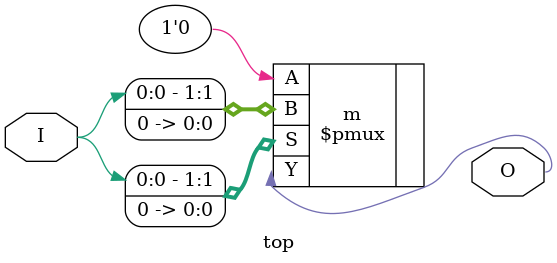
<source format=v>
module top(input I, output O);
\$pmux #(.WIDTH(1), .S_WIDTH(2)) m (.S({I, 1'b0}), .A(1'b0), .B({I, 1'b0}), .Y(O));
endmodule

</source>
